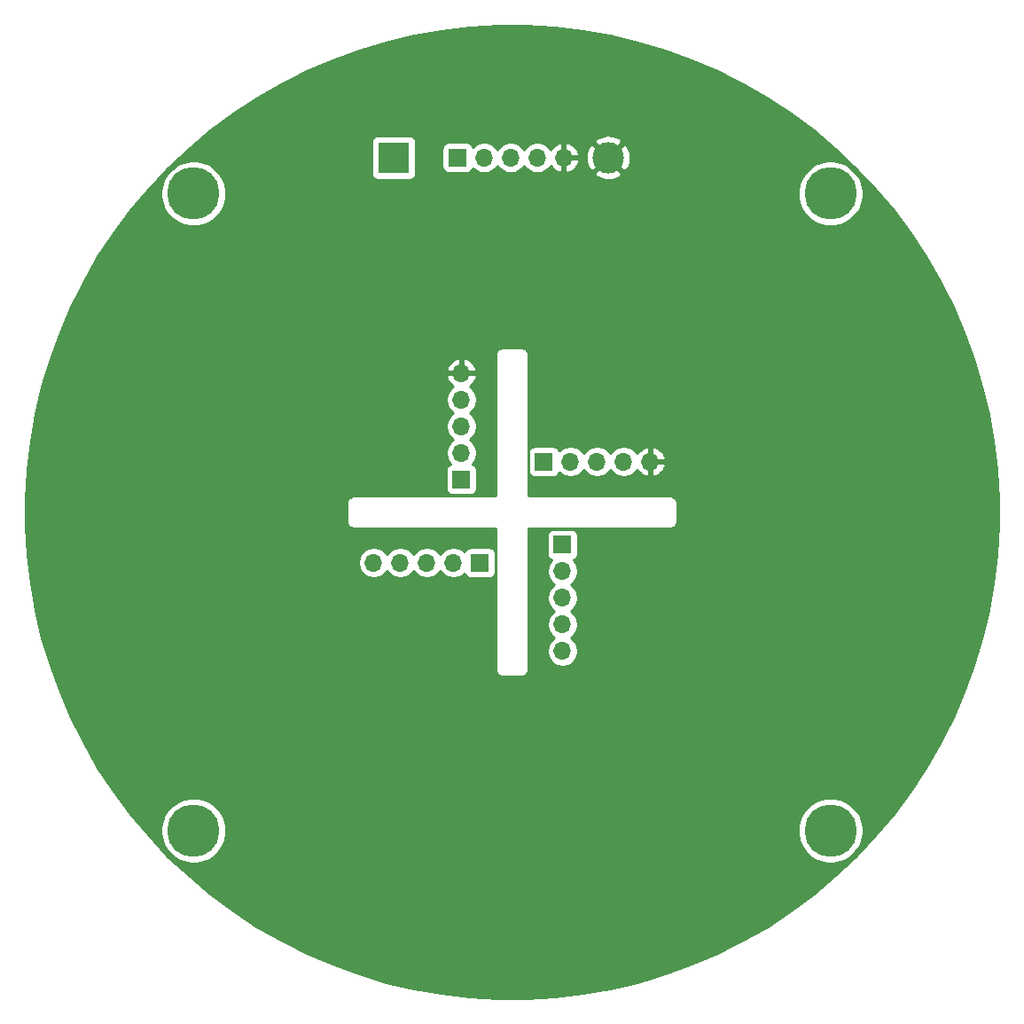
<source format=gtl>
G04 #@! TF.GenerationSoftware,KiCad,Pcbnew,(5.1.5)-3*
G04 #@! TF.CreationDate,2020-11-14T23:35:12+01:00*
G04 #@! TF.ProjectId,Christmas C2,43687269-7374-46d6-9173-2043322e6b69,rev?*
G04 #@! TF.SameCoordinates,Original*
G04 #@! TF.FileFunction,Copper,L1,Top*
G04 #@! TF.FilePolarity,Positive*
%FSLAX46Y46*%
G04 Gerber Fmt 4.6, Leading zero omitted, Abs format (unit mm)*
G04 Created by KiCad (PCBNEW (5.1.5)-3) date 2020-11-14 23:35:12*
%MOMM*%
%LPD*%
G04 APERTURE LIST*
%ADD10R,1.700000X1.700000*%
%ADD11O,1.700000X1.700000*%
%ADD12C,5.000000*%
%ADD13C,3.000000*%
%ADD14R,3.000000X3.000000*%
%ADD15C,0.254000*%
G04 APERTURE END LIST*
D10*
X99568000Y-116840000D03*
D11*
X102108000Y-116840000D03*
X104648000Y-116840000D03*
X107188000Y-116840000D03*
X109728000Y-116840000D03*
X91567000Y-155511500D03*
X94107000Y-155511500D03*
X96647000Y-155511500D03*
X99187000Y-155511500D03*
D10*
X101727000Y-155511500D03*
D11*
X99949000Y-137414000D03*
X99949000Y-139954000D03*
X99949000Y-142494000D03*
X99949000Y-145034000D03*
D10*
X99949000Y-147574000D03*
D11*
X117983000Y-145859500D03*
X115443000Y-145859500D03*
X112903000Y-145859500D03*
X110363000Y-145859500D03*
D10*
X107823000Y-145859500D03*
X109601000Y-153797000D03*
D11*
X109601000Y-156337000D03*
X109601000Y-158877000D03*
X109601000Y-161417000D03*
X109601000Y-163957000D03*
D12*
X135191500Y-120269000D03*
X74358500Y-181102000D03*
X74358500Y-120269000D03*
X135191500Y-181102000D03*
D13*
X113962000Y-116840000D03*
D14*
X93472000Y-116840000D03*
D15*
G36*
X108823994Y-104405283D02*
G01*
X111508099Y-104719010D01*
X114169422Y-105188273D01*
X116798956Y-105811484D01*
X119387806Y-106586535D01*
X121927210Y-107510802D01*
X124408577Y-108581159D01*
X126823509Y-109793984D01*
X129163837Y-111145173D01*
X131421641Y-112630153D01*
X133589280Y-114243901D01*
X135659422Y-115980956D01*
X137625060Y-117835440D01*
X139479544Y-119801078D01*
X141216599Y-121871220D01*
X142830347Y-124038859D01*
X144315327Y-126296663D01*
X145666516Y-128636991D01*
X146879341Y-131051923D01*
X147949698Y-133533290D01*
X148873965Y-136072694D01*
X149649016Y-138661544D01*
X150272227Y-141291078D01*
X150741490Y-143952401D01*
X151055217Y-146636506D01*
X151212346Y-149334311D01*
X151212346Y-152036689D01*
X151055217Y-154734494D01*
X150741490Y-157418599D01*
X150272227Y-160079922D01*
X149649016Y-162709456D01*
X148873965Y-165298306D01*
X147949698Y-167837710D01*
X146879341Y-170319077D01*
X145666516Y-172734009D01*
X144315327Y-175074337D01*
X142830347Y-177332141D01*
X141216599Y-179499780D01*
X139479544Y-181569922D01*
X137625060Y-183535560D01*
X135659422Y-185390044D01*
X133589280Y-187127099D01*
X131421641Y-188740847D01*
X129163837Y-190225827D01*
X126823509Y-191577016D01*
X124408577Y-192789841D01*
X121927210Y-193860198D01*
X119387806Y-194784465D01*
X116798956Y-195559516D01*
X114169422Y-196182727D01*
X111508099Y-196651990D01*
X108823994Y-196965717D01*
X106126189Y-197122846D01*
X103423811Y-197122846D01*
X100726006Y-196965717D01*
X98041901Y-196651990D01*
X95380578Y-196182727D01*
X92751044Y-195559516D01*
X90162194Y-194784465D01*
X87622790Y-193860198D01*
X85141423Y-192789841D01*
X82726491Y-191577016D01*
X80386163Y-190225827D01*
X78128359Y-188740847D01*
X75960720Y-187127099D01*
X73890578Y-185390044D01*
X71924940Y-183535560D01*
X70070456Y-181569922D01*
X69418734Y-180793229D01*
X71223500Y-180793229D01*
X71223500Y-181410771D01*
X71343976Y-182016446D01*
X71580299Y-182586979D01*
X71923386Y-183100446D01*
X72360054Y-183537114D01*
X72873521Y-183880201D01*
X73444054Y-184116524D01*
X74049729Y-184237000D01*
X74667271Y-184237000D01*
X75272946Y-184116524D01*
X75843479Y-183880201D01*
X76356946Y-183537114D01*
X76793614Y-183100446D01*
X77136701Y-182586979D01*
X77373024Y-182016446D01*
X77493500Y-181410771D01*
X77493500Y-180793229D01*
X132056500Y-180793229D01*
X132056500Y-181410771D01*
X132176976Y-182016446D01*
X132413299Y-182586979D01*
X132756386Y-183100446D01*
X133193054Y-183537114D01*
X133706521Y-183880201D01*
X134277054Y-184116524D01*
X134882729Y-184237000D01*
X135500271Y-184237000D01*
X136105946Y-184116524D01*
X136676479Y-183880201D01*
X137189946Y-183537114D01*
X137626614Y-183100446D01*
X137969701Y-182586979D01*
X138206024Y-182016446D01*
X138326500Y-181410771D01*
X138326500Y-180793229D01*
X138206024Y-180187554D01*
X137969701Y-179617021D01*
X137626614Y-179103554D01*
X137189946Y-178666886D01*
X136676479Y-178323799D01*
X136105946Y-178087476D01*
X135500271Y-177967000D01*
X134882729Y-177967000D01*
X134277054Y-178087476D01*
X133706521Y-178323799D01*
X133193054Y-178666886D01*
X132756386Y-179103554D01*
X132413299Y-179617021D01*
X132176976Y-180187554D01*
X132056500Y-180793229D01*
X77493500Y-180793229D01*
X77373024Y-180187554D01*
X77136701Y-179617021D01*
X76793614Y-179103554D01*
X76356946Y-178666886D01*
X75843479Y-178323799D01*
X75272946Y-178087476D01*
X74667271Y-177967000D01*
X74049729Y-177967000D01*
X73444054Y-178087476D01*
X72873521Y-178323799D01*
X72360054Y-178666886D01*
X71923386Y-179103554D01*
X71580299Y-179617021D01*
X71343976Y-180187554D01*
X71223500Y-180793229D01*
X69418734Y-180793229D01*
X68333401Y-179499780D01*
X66719653Y-177332141D01*
X65234673Y-175074337D01*
X63883484Y-172734009D01*
X62670659Y-170319077D01*
X61600302Y-167837710D01*
X60676035Y-165298306D01*
X59900984Y-162709456D01*
X59277773Y-160079922D01*
X58808510Y-157418599D01*
X58568507Y-155365240D01*
X90082000Y-155365240D01*
X90082000Y-155657760D01*
X90139068Y-155944658D01*
X90251010Y-156214911D01*
X90413525Y-156458132D01*
X90620368Y-156664975D01*
X90863589Y-156827490D01*
X91133842Y-156939432D01*
X91420740Y-156996500D01*
X91713260Y-156996500D01*
X92000158Y-156939432D01*
X92270411Y-156827490D01*
X92513632Y-156664975D01*
X92720475Y-156458132D01*
X92837000Y-156283740D01*
X92953525Y-156458132D01*
X93160368Y-156664975D01*
X93403589Y-156827490D01*
X93673842Y-156939432D01*
X93960740Y-156996500D01*
X94253260Y-156996500D01*
X94540158Y-156939432D01*
X94810411Y-156827490D01*
X95053632Y-156664975D01*
X95260475Y-156458132D01*
X95377000Y-156283740D01*
X95493525Y-156458132D01*
X95700368Y-156664975D01*
X95943589Y-156827490D01*
X96213842Y-156939432D01*
X96500740Y-156996500D01*
X96793260Y-156996500D01*
X97080158Y-156939432D01*
X97350411Y-156827490D01*
X97593632Y-156664975D01*
X97800475Y-156458132D01*
X97917000Y-156283740D01*
X98033525Y-156458132D01*
X98240368Y-156664975D01*
X98483589Y-156827490D01*
X98753842Y-156939432D01*
X99040740Y-156996500D01*
X99333260Y-156996500D01*
X99620158Y-156939432D01*
X99890411Y-156827490D01*
X100133632Y-156664975D01*
X100265487Y-156533120D01*
X100287498Y-156605680D01*
X100346463Y-156715994D01*
X100425815Y-156812685D01*
X100522506Y-156892037D01*
X100632820Y-156951002D01*
X100752518Y-156987312D01*
X100877000Y-156999572D01*
X102577000Y-156999572D01*
X102701482Y-156987312D01*
X102821180Y-156951002D01*
X102931494Y-156892037D01*
X103028185Y-156812685D01*
X103107537Y-156715994D01*
X103166502Y-156605680D01*
X103202812Y-156485982D01*
X103215072Y-156361500D01*
X103215072Y-154661500D01*
X103202812Y-154537018D01*
X103166502Y-154417320D01*
X103107537Y-154307006D01*
X103028185Y-154210315D01*
X102931494Y-154130963D01*
X102821180Y-154071998D01*
X102701482Y-154035688D01*
X102577000Y-154023428D01*
X100877000Y-154023428D01*
X100752518Y-154035688D01*
X100632820Y-154071998D01*
X100522506Y-154130963D01*
X100425815Y-154210315D01*
X100346463Y-154307006D01*
X100287498Y-154417320D01*
X100265487Y-154489880D01*
X100133632Y-154358025D01*
X99890411Y-154195510D01*
X99620158Y-154083568D01*
X99333260Y-154026500D01*
X99040740Y-154026500D01*
X98753842Y-154083568D01*
X98483589Y-154195510D01*
X98240368Y-154358025D01*
X98033525Y-154564868D01*
X97917000Y-154739260D01*
X97800475Y-154564868D01*
X97593632Y-154358025D01*
X97350411Y-154195510D01*
X97080158Y-154083568D01*
X96793260Y-154026500D01*
X96500740Y-154026500D01*
X96213842Y-154083568D01*
X95943589Y-154195510D01*
X95700368Y-154358025D01*
X95493525Y-154564868D01*
X95377000Y-154739260D01*
X95260475Y-154564868D01*
X95053632Y-154358025D01*
X94810411Y-154195510D01*
X94540158Y-154083568D01*
X94253260Y-154026500D01*
X93960740Y-154026500D01*
X93673842Y-154083568D01*
X93403589Y-154195510D01*
X93160368Y-154358025D01*
X92953525Y-154564868D01*
X92837000Y-154739260D01*
X92720475Y-154564868D01*
X92513632Y-154358025D01*
X92270411Y-154195510D01*
X92000158Y-154083568D01*
X91713260Y-154026500D01*
X91420740Y-154026500D01*
X91133842Y-154083568D01*
X90863589Y-154195510D01*
X90620368Y-154358025D01*
X90413525Y-154564868D01*
X90251010Y-154808089D01*
X90139068Y-155078342D01*
X90082000Y-155365240D01*
X58568507Y-155365240D01*
X58494783Y-154734494D01*
X58337654Y-152036689D01*
X58337654Y-149796500D01*
X88998807Y-149796500D01*
X89002000Y-149828918D01*
X89002001Y-151542071D01*
X88998807Y-151574500D01*
X89011550Y-151703883D01*
X89049290Y-151828293D01*
X89110575Y-151942950D01*
X89193052Y-152043448D01*
X89293550Y-152125925D01*
X89408207Y-152187210D01*
X89532617Y-152224950D01*
X89629581Y-152234500D01*
X89662000Y-152237693D01*
X89694419Y-152234500D01*
X103226000Y-152234500D01*
X103226001Y-165702571D01*
X103222807Y-165735000D01*
X103235550Y-165864383D01*
X103273290Y-165988793D01*
X103334575Y-166103450D01*
X103417052Y-166203948D01*
X103517550Y-166286425D01*
X103632207Y-166347710D01*
X103756617Y-166385450D01*
X103853581Y-166395000D01*
X103886000Y-166398193D01*
X103918419Y-166395000D01*
X105631581Y-166395000D01*
X105664000Y-166398193D01*
X105696419Y-166395000D01*
X105793383Y-166385450D01*
X105917793Y-166347710D01*
X106032450Y-166286425D01*
X106132948Y-166203948D01*
X106215425Y-166103450D01*
X106276710Y-165988793D01*
X106314450Y-165864383D01*
X106327193Y-165735000D01*
X106324000Y-165702581D01*
X106324000Y-152947000D01*
X108112928Y-152947000D01*
X108112928Y-154647000D01*
X108125188Y-154771482D01*
X108161498Y-154891180D01*
X108220463Y-155001494D01*
X108299815Y-155098185D01*
X108396506Y-155177537D01*
X108506820Y-155236502D01*
X108579380Y-155258513D01*
X108447525Y-155390368D01*
X108285010Y-155633589D01*
X108173068Y-155903842D01*
X108116000Y-156190740D01*
X108116000Y-156483260D01*
X108173068Y-156770158D01*
X108285010Y-157040411D01*
X108447525Y-157283632D01*
X108654368Y-157490475D01*
X108828760Y-157607000D01*
X108654368Y-157723525D01*
X108447525Y-157930368D01*
X108285010Y-158173589D01*
X108173068Y-158443842D01*
X108116000Y-158730740D01*
X108116000Y-159023260D01*
X108173068Y-159310158D01*
X108285010Y-159580411D01*
X108447525Y-159823632D01*
X108654368Y-160030475D01*
X108828760Y-160147000D01*
X108654368Y-160263525D01*
X108447525Y-160470368D01*
X108285010Y-160713589D01*
X108173068Y-160983842D01*
X108116000Y-161270740D01*
X108116000Y-161563260D01*
X108173068Y-161850158D01*
X108285010Y-162120411D01*
X108447525Y-162363632D01*
X108654368Y-162570475D01*
X108828760Y-162687000D01*
X108654368Y-162803525D01*
X108447525Y-163010368D01*
X108285010Y-163253589D01*
X108173068Y-163523842D01*
X108116000Y-163810740D01*
X108116000Y-164103260D01*
X108173068Y-164390158D01*
X108285010Y-164660411D01*
X108447525Y-164903632D01*
X108654368Y-165110475D01*
X108897589Y-165272990D01*
X109167842Y-165384932D01*
X109454740Y-165442000D01*
X109747260Y-165442000D01*
X110034158Y-165384932D01*
X110304411Y-165272990D01*
X110547632Y-165110475D01*
X110754475Y-164903632D01*
X110916990Y-164660411D01*
X111028932Y-164390158D01*
X111086000Y-164103260D01*
X111086000Y-163810740D01*
X111028932Y-163523842D01*
X110916990Y-163253589D01*
X110754475Y-163010368D01*
X110547632Y-162803525D01*
X110373240Y-162687000D01*
X110547632Y-162570475D01*
X110754475Y-162363632D01*
X110916990Y-162120411D01*
X111028932Y-161850158D01*
X111086000Y-161563260D01*
X111086000Y-161270740D01*
X111028932Y-160983842D01*
X110916990Y-160713589D01*
X110754475Y-160470368D01*
X110547632Y-160263525D01*
X110373240Y-160147000D01*
X110547632Y-160030475D01*
X110754475Y-159823632D01*
X110916990Y-159580411D01*
X111028932Y-159310158D01*
X111086000Y-159023260D01*
X111086000Y-158730740D01*
X111028932Y-158443842D01*
X110916990Y-158173589D01*
X110754475Y-157930368D01*
X110547632Y-157723525D01*
X110373240Y-157607000D01*
X110547632Y-157490475D01*
X110754475Y-157283632D01*
X110916990Y-157040411D01*
X111028932Y-156770158D01*
X111086000Y-156483260D01*
X111086000Y-156190740D01*
X111028932Y-155903842D01*
X110916990Y-155633589D01*
X110754475Y-155390368D01*
X110622620Y-155258513D01*
X110695180Y-155236502D01*
X110805494Y-155177537D01*
X110902185Y-155098185D01*
X110981537Y-155001494D01*
X111040502Y-154891180D01*
X111076812Y-154771482D01*
X111089072Y-154647000D01*
X111089072Y-152947000D01*
X111076812Y-152822518D01*
X111040502Y-152702820D01*
X110981537Y-152592506D01*
X110902185Y-152495815D01*
X110805494Y-152416463D01*
X110695180Y-152357498D01*
X110575482Y-152321188D01*
X110451000Y-152308928D01*
X108751000Y-152308928D01*
X108626518Y-152321188D01*
X108506820Y-152357498D01*
X108396506Y-152416463D01*
X108299815Y-152495815D01*
X108220463Y-152592506D01*
X108161498Y-152702820D01*
X108125188Y-152822518D01*
X108112928Y-152947000D01*
X106324000Y-152947000D01*
X106324000Y-152234500D01*
X119855581Y-152234500D01*
X119888000Y-152237693D01*
X119920419Y-152234500D01*
X120017383Y-152224950D01*
X120141793Y-152187210D01*
X120256450Y-152125925D01*
X120356948Y-152043448D01*
X120439425Y-151942950D01*
X120500710Y-151828293D01*
X120538450Y-151703883D01*
X120551193Y-151574500D01*
X120548000Y-151542081D01*
X120548000Y-149828918D01*
X120551193Y-149796500D01*
X120538450Y-149667117D01*
X120500710Y-149542707D01*
X120439425Y-149428050D01*
X120356948Y-149327552D01*
X120256450Y-149245075D01*
X120141793Y-149183790D01*
X120017383Y-149146050D01*
X119920419Y-149136500D01*
X119888000Y-149133307D01*
X119855581Y-149136500D01*
X106324000Y-149136500D01*
X106324000Y-145009500D01*
X106334928Y-145009500D01*
X106334928Y-146709500D01*
X106347188Y-146833982D01*
X106383498Y-146953680D01*
X106442463Y-147063994D01*
X106521815Y-147160685D01*
X106618506Y-147240037D01*
X106728820Y-147299002D01*
X106848518Y-147335312D01*
X106973000Y-147347572D01*
X108673000Y-147347572D01*
X108797482Y-147335312D01*
X108917180Y-147299002D01*
X109027494Y-147240037D01*
X109124185Y-147160685D01*
X109203537Y-147063994D01*
X109262502Y-146953680D01*
X109284513Y-146881120D01*
X109416368Y-147012975D01*
X109659589Y-147175490D01*
X109929842Y-147287432D01*
X110216740Y-147344500D01*
X110509260Y-147344500D01*
X110796158Y-147287432D01*
X111066411Y-147175490D01*
X111309632Y-147012975D01*
X111516475Y-146806132D01*
X111633000Y-146631740D01*
X111749525Y-146806132D01*
X111956368Y-147012975D01*
X112199589Y-147175490D01*
X112469842Y-147287432D01*
X112756740Y-147344500D01*
X113049260Y-147344500D01*
X113336158Y-147287432D01*
X113606411Y-147175490D01*
X113849632Y-147012975D01*
X114056475Y-146806132D01*
X114173000Y-146631740D01*
X114289525Y-146806132D01*
X114496368Y-147012975D01*
X114739589Y-147175490D01*
X115009842Y-147287432D01*
X115296740Y-147344500D01*
X115589260Y-147344500D01*
X115876158Y-147287432D01*
X116146411Y-147175490D01*
X116389632Y-147012975D01*
X116596475Y-146806132D01*
X116718195Y-146623966D01*
X116787822Y-146740855D01*
X116982731Y-146957088D01*
X117216080Y-147131141D01*
X117478901Y-147256325D01*
X117626110Y-147300976D01*
X117856000Y-147179655D01*
X117856000Y-145986500D01*
X118110000Y-145986500D01*
X118110000Y-147179655D01*
X118339890Y-147300976D01*
X118487099Y-147256325D01*
X118749920Y-147131141D01*
X118983269Y-146957088D01*
X119178178Y-146740855D01*
X119327157Y-146490752D01*
X119424481Y-146216391D01*
X119303814Y-145986500D01*
X118110000Y-145986500D01*
X117856000Y-145986500D01*
X117836000Y-145986500D01*
X117836000Y-145732500D01*
X117856000Y-145732500D01*
X117856000Y-144539345D01*
X118110000Y-144539345D01*
X118110000Y-145732500D01*
X119303814Y-145732500D01*
X119424481Y-145502609D01*
X119327157Y-145228248D01*
X119178178Y-144978145D01*
X118983269Y-144761912D01*
X118749920Y-144587859D01*
X118487099Y-144462675D01*
X118339890Y-144418024D01*
X118110000Y-144539345D01*
X117856000Y-144539345D01*
X117626110Y-144418024D01*
X117478901Y-144462675D01*
X117216080Y-144587859D01*
X116982731Y-144761912D01*
X116787822Y-144978145D01*
X116718195Y-145095034D01*
X116596475Y-144912868D01*
X116389632Y-144706025D01*
X116146411Y-144543510D01*
X115876158Y-144431568D01*
X115589260Y-144374500D01*
X115296740Y-144374500D01*
X115009842Y-144431568D01*
X114739589Y-144543510D01*
X114496368Y-144706025D01*
X114289525Y-144912868D01*
X114173000Y-145087260D01*
X114056475Y-144912868D01*
X113849632Y-144706025D01*
X113606411Y-144543510D01*
X113336158Y-144431568D01*
X113049260Y-144374500D01*
X112756740Y-144374500D01*
X112469842Y-144431568D01*
X112199589Y-144543510D01*
X111956368Y-144706025D01*
X111749525Y-144912868D01*
X111633000Y-145087260D01*
X111516475Y-144912868D01*
X111309632Y-144706025D01*
X111066411Y-144543510D01*
X110796158Y-144431568D01*
X110509260Y-144374500D01*
X110216740Y-144374500D01*
X109929842Y-144431568D01*
X109659589Y-144543510D01*
X109416368Y-144706025D01*
X109284513Y-144837880D01*
X109262502Y-144765320D01*
X109203537Y-144655006D01*
X109124185Y-144558315D01*
X109027494Y-144478963D01*
X108917180Y-144419998D01*
X108797482Y-144383688D01*
X108673000Y-144371428D01*
X106973000Y-144371428D01*
X106848518Y-144383688D01*
X106728820Y-144419998D01*
X106618506Y-144478963D01*
X106521815Y-144558315D01*
X106442463Y-144655006D01*
X106383498Y-144765320D01*
X106347188Y-144885018D01*
X106334928Y-145009500D01*
X106324000Y-145009500D01*
X106324000Y-135668419D01*
X106327193Y-135636000D01*
X106314450Y-135506617D01*
X106276710Y-135382207D01*
X106215425Y-135267550D01*
X106132948Y-135167052D01*
X106032450Y-135084575D01*
X105917793Y-135023290D01*
X105793383Y-134985550D01*
X105696419Y-134976000D01*
X105664000Y-134972807D01*
X105631581Y-134976000D01*
X103918419Y-134976000D01*
X103886000Y-134972807D01*
X103853581Y-134976000D01*
X103756617Y-134985550D01*
X103632207Y-135023290D01*
X103517550Y-135084575D01*
X103417052Y-135167052D01*
X103334575Y-135267550D01*
X103273290Y-135382207D01*
X103235550Y-135506617D01*
X103222807Y-135636000D01*
X103226001Y-135668429D01*
X103226000Y-149136500D01*
X89694419Y-149136500D01*
X89662000Y-149133307D01*
X89629581Y-149136500D01*
X89532617Y-149146050D01*
X89408207Y-149183790D01*
X89293550Y-149245075D01*
X89193052Y-149327552D01*
X89110575Y-149428050D01*
X89049290Y-149542707D01*
X89011550Y-149667117D01*
X88998807Y-149796500D01*
X58337654Y-149796500D01*
X58337654Y-149334311D01*
X58489687Y-146724000D01*
X98460928Y-146724000D01*
X98460928Y-148424000D01*
X98473188Y-148548482D01*
X98509498Y-148668180D01*
X98568463Y-148778494D01*
X98647815Y-148875185D01*
X98744506Y-148954537D01*
X98854820Y-149013502D01*
X98974518Y-149049812D01*
X99099000Y-149062072D01*
X100799000Y-149062072D01*
X100923482Y-149049812D01*
X101043180Y-149013502D01*
X101153494Y-148954537D01*
X101250185Y-148875185D01*
X101329537Y-148778494D01*
X101388502Y-148668180D01*
X101424812Y-148548482D01*
X101437072Y-148424000D01*
X101437072Y-146724000D01*
X101424812Y-146599518D01*
X101388502Y-146479820D01*
X101329537Y-146369506D01*
X101250185Y-146272815D01*
X101153494Y-146193463D01*
X101043180Y-146134498D01*
X100970620Y-146112487D01*
X101102475Y-145980632D01*
X101264990Y-145737411D01*
X101376932Y-145467158D01*
X101434000Y-145180260D01*
X101434000Y-144887740D01*
X101376932Y-144600842D01*
X101264990Y-144330589D01*
X101102475Y-144087368D01*
X100895632Y-143880525D01*
X100721240Y-143764000D01*
X100895632Y-143647475D01*
X101102475Y-143440632D01*
X101264990Y-143197411D01*
X101376932Y-142927158D01*
X101434000Y-142640260D01*
X101434000Y-142347740D01*
X101376932Y-142060842D01*
X101264990Y-141790589D01*
X101102475Y-141547368D01*
X100895632Y-141340525D01*
X100721240Y-141224000D01*
X100895632Y-141107475D01*
X101102475Y-140900632D01*
X101264990Y-140657411D01*
X101376932Y-140387158D01*
X101434000Y-140100260D01*
X101434000Y-139807740D01*
X101376932Y-139520842D01*
X101264990Y-139250589D01*
X101102475Y-139007368D01*
X100895632Y-138800525D01*
X100713466Y-138678805D01*
X100830355Y-138609178D01*
X101046588Y-138414269D01*
X101220641Y-138180920D01*
X101345825Y-137918099D01*
X101390476Y-137770890D01*
X101269155Y-137541000D01*
X100076000Y-137541000D01*
X100076000Y-137561000D01*
X99822000Y-137561000D01*
X99822000Y-137541000D01*
X98628845Y-137541000D01*
X98507524Y-137770890D01*
X98552175Y-137918099D01*
X98677359Y-138180920D01*
X98851412Y-138414269D01*
X99067645Y-138609178D01*
X99184534Y-138678805D01*
X99002368Y-138800525D01*
X98795525Y-139007368D01*
X98633010Y-139250589D01*
X98521068Y-139520842D01*
X98464000Y-139807740D01*
X98464000Y-140100260D01*
X98521068Y-140387158D01*
X98633010Y-140657411D01*
X98795525Y-140900632D01*
X99002368Y-141107475D01*
X99176760Y-141224000D01*
X99002368Y-141340525D01*
X98795525Y-141547368D01*
X98633010Y-141790589D01*
X98521068Y-142060842D01*
X98464000Y-142347740D01*
X98464000Y-142640260D01*
X98521068Y-142927158D01*
X98633010Y-143197411D01*
X98795525Y-143440632D01*
X99002368Y-143647475D01*
X99176760Y-143764000D01*
X99002368Y-143880525D01*
X98795525Y-144087368D01*
X98633010Y-144330589D01*
X98521068Y-144600842D01*
X98464000Y-144887740D01*
X98464000Y-145180260D01*
X98521068Y-145467158D01*
X98633010Y-145737411D01*
X98795525Y-145980632D01*
X98927380Y-146112487D01*
X98854820Y-146134498D01*
X98744506Y-146193463D01*
X98647815Y-146272815D01*
X98568463Y-146369506D01*
X98509498Y-146479820D01*
X98473188Y-146599518D01*
X98460928Y-146724000D01*
X58489687Y-146724000D01*
X58494783Y-146636506D01*
X58808510Y-143952401D01*
X59277773Y-141291078D01*
X59900984Y-138661544D01*
X60381320Y-137057110D01*
X98507524Y-137057110D01*
X98628845Y-137287000D01*
X99822000Y-137287000D01*
X99822000Y-136093186D01*
X100076000Y-136093186D01*
X100076000Y-137287000D01*
X101269155Y-137287000D01*
X101390476Y-137057110D01*
X101345825Y-136909901D01*
X101220641Y-136647080D01*
X101046588Y-136413731D01*
X100830355Y-136218822D01*
X100580252Y-136069843D01*
X100305891Y-135972519D01*
X100076000Y-136093186D01*
X99822000Y-136093186D01*
X99592109Y-135972519D01*
X99317748Y-136069843D01*
X99067645Y-136218822D01*
X98851412Y-136413731D01*
X98677359Y-136647080D01*
X98552175Y-136909901D01*
X98507524Y-137057110D01*
X60381320Y-137057110D01*
X60676035Y-136072694D01*
X61600302Y-133533290D01*
X62670659Y-131051923D01*
X63883484Y-128636991D01*
X65234673Y-126296663D01*
X66719653Y-124038859D01*
X68333401Y-121871220D01*
X69936912Y-119960229D01*
X71223500Y-119960229D01*
X71223500Y-120577771D01*
X71343976Y-121183446D01*
X71580299Y-121753979D01*
X71923386Y-122267446D01*
X72360054Y-122704114D01*
X72873521Y-123047201D01*
X73444054Y-123283524D01*
X74049729Y-123404000D01*
X74667271Y-123404000D01*
X75272946Y-123283524D01*
X75843479Y-123047201D01*
X76356946Y-122704114D01*
X76793614Y-122267446D01*
X77136701Y-121753979D01*
X77373024Y-121183446D01*
X77493500Y-120577771D01*
X77493500Y-119960229D01*
X132056500Y-119960229D01*
X132056500Y-120577771D01*
X132176976Y-121183446D01*
X132413299Y-121753979D01*
X132756386Y-122267446D01*
X133193054Y-122704114D01*
X133706521Y-123047201D01*
X134277054Y-123283524D01*
X134882729Y-123404000D01*
X135500271Y-123404000D01*
X136105946Y-123283524D01*
X136676479Y-123047201D01*
X137189946Y-122704114D01*
X137626614Y-122267446D01*
X137969701Y-121753979D01*
X138206024Y-121183446D01*
X138326500Y-120577771D01*
X138326500Y-119960229D01*
X138206024Y-119354554D01*
X137969701Y-118784021D01*
X137626614Y-118270554D01*
X137189946Y-117833886D01*
X136676479Y-117490799D01*
X136105946Y-117254476D01*
X135500271Y-117134000D01*
X134882729Y-117134000D01*
X134277054Y-117254476D01*
X133706521Y-117490799D01*
X133193054Y-117833886D01*
X132756386Y-118270554D01*
X132413299Y-118784021D01*
X132176976Y-119354554D01*
X132056500Y-119960229D01*
X77493500Y-119960229D01*
X77373024Y-119354554D01*
X77136701Y-118784021D01*
X76793614Y-118270554D01*
X76356946Y-117833886D01*
X75843479Y-117490799D01*
X75272946Y-117254476D01*
X74667271Y-117134000D01*
X74049729Y-117134000D01*
X73444054Y-117254476D01*
X72873521Y-117490799D01*
X72360054Y-117833886D01*
X71923386Y-118270554D01*
X71580299Y-118784021D01*
X71343976Y-119354554D01*
X71223500Y-119960229D01*
X69936912Y-119960229D01*
X70070456Y-119801078D01*
X71924940Y-117835440D01*
X73890578Y-115980956D01*
X74654439Y-115340000D01*
X91333928Y-115340000D01*
X91333928Y-118340000D01*
X91346188Y-118464482D01*
X91382498Y-118584180D01*
X91441463Y-118694494D01*
X91520815Y-118791185D01*
X91617506Y-118870537D01*
X91727820Y-118929502D01*
X91847518Y-118965812D01*
X91972000Y-118978072D01*
X94972000Y-118978072D01*
X95096482Y-118965812D01*
X95216180Y-118929502D01*
X95326494Y-118870537D01*
X95423185Y-118791185D01*
X95502537Y-118694494D01*
X95561502Y-118584180D01*
X95597812Y-118464482D01*
X95610072Y-118340000D01*
X95610072Y-118331653D01*
X112649952Y-118331653D01*
X112805962Y-118647214D01*
X113180745Y-118838020D01*
X113585551Y-118952044D01*
X114004824Y-118984902D01*
X114422451Y-118935334D01*
X114822383Y-118805243D01*
X115118038Y-118647214D01*
X115274048Y-118331653D01*
X113962000Y-117019605D01*
X112649952Y-118331653D01*
X95610072Y-118331653D01*
X95610072Y-115990000D01*
X98079928Y-115990000D01*
X98079928Y-117690000D01*
X98092188Y-117814482D01*
X98128498Y-117934180D01*
X98187463Y-118044494D01*
X98266815Y-118141185D01*
X98363506Y-118220537D01*
X98473820Y-118279502D01*
X98593518Y-118315812D01*
X98718000Y-118328072D01*
X100418000Y-118328072D01*
X100542482Y-118315812D01*
X100662180Y-118279502D01*
X100772494Y-118220537D01*
X100869185Y-118141185D01*
X100948537Y-118044494D01*
X101007502Y-117934180D01*
X101029513Y-117861620D01*
X101161368Y-117993475D01*
X101404589Y-118155990D01*
X101674842Y-118267932D01*
X101961740Y-118325000D01*
X102254260Y-118325000D01*
X102541158Y-118267932D01*
X102811411Y-118155990D01*
X103054632Y-117993475D01*
X103261475Y-117786632D01*
X103378000Y-117612240D01*
X103494525Y-117786632D01*
X103701368Y-117993475D01*
X103944589Y-118155990D01*
X104214842Y-118267932D01*
X104501740Y-118325000D01*
X104794260Y-118325000D01*
X105081158Y-118267932D01*
X105351411Y-118155990D01*
X105594632Y-117993475D01*
X105801475Y-117786632D01*
X105918000Y-117612240D01*
X106034525Y-117786632D01*
X106241368Y-117993475D01*
X106484589Y-118155990D01*
X106754842Y-118267932D01*
X107041740Y-118325000D01*
X107334260Y-118325000D01*
X107621158Y-118267932D01*
X107891411Y-118155990D01*
X108134632Y-117993475D01*
X108341475Y-117786632D01*
X108463195Y-117604466D01*
X108532822Y-117721355D01*
X108727731Y-117937588D01*
X108961080Y-118111641D01*
X109223901Y-118236825D01*
X109371110Y-118281476D01*
X109601000Y-118160155D01*
X109601000Y-116967000D01*
X109855000Y-116967000D01*
X109855000Y-118160155D01*
X110084890Y-118281476D01*
X110232099Y-118236825D01*
X110494920Y-118111641D01*
X110728269Y-117937588D01*
X110923178Y-117721355D01*
X111072157Y-117471252D01*
X111169481Y-117196891D01*
X111048814Y-116967000D01*
X109855000Y-116967000D01*
X109601000Y-116967000D01*
X109581000Y-116967000D01*
X109581000Y-116882824D01*
X111817098Y-116882824D01*
X111866666Y-117300451D01*
X111996757Y-117700383D01*
X112154786Y-117996038D01*
X112470347Y-118152048D01*
X113782395Y-116840000D01*
X114141605Y-116840000D01*
X115453653Y-118152048D01*
X115769214Y-117996038D01*
X115960020Y-117621255D01*
X116074044Y-117216449D01*
X116106902Y-116797176D01*
X116057334Y-116379549D01*
X115927243Y-115979617D01*
X115769214Y-115683962D01*
X115453653Y-115527952D01*
X114141605Y-116840000D01*
X113782395Y-116840000D01*
X112470347Y-115527952D01*
X112154786Y-115683962D01*
X111963980Y-116058745D01*
X111849956Y-116463551D01*
X111817098Y-116882824D01*
X109581000Y-116882824D01*
X109581000Y-116713000D01*
X109601000Y-116713000D01*
X109601000Y-115519845D01*
X109855000Y-115519845D01*
X109855000Y-116713000D01*
X111048814Y-116713000D01*
X111169481Y-116483109D01*
X111072157Y-116208748D01*
X110923178Y-115958645D01*
X110728269Y-115742412D01*
X110494920Y-115568359D01*
X110232099Y-115443175D01*
X110084890Y-115398524D01*
X109855000Y-115519845D01*
X109601000Y-115519845D01*
X109371110Y-115398524D01*
X109223901Y-115443175D01*
X108961080Y-115568359D01*
X108727731Y-115742412D01*
X108532822Y-115958645D01*
X108463195Y-116075534D01*
X108341475Y-115893368D01*
X108134632Y-115686525D01*
X107891411Y-115524010D01*
X107621158Y-115412068D01*
X107334260Y-115355000D01*
X107041740Y-115355000D01*
X106754842Y-115412068D01*
X106484589Y-115524010D01*
X106241368Y-115686525D01*
X106034525Y-115893368D01*
X105918000Y-116067760D01*
X105801475Y-115893368D01*
X105594632Y-115686525D01*
X105351411Y-115524010D01*
X105081158Y-115412068D01*
X104794260Y-115355000D01*
X104501740Y-115355000D01*
X104214842Y-115412068D01*
X103944589Y-115524010D01*
X103701368Y-115686525D01*
X103494525Y-115893368D01*
X103378000Y-116067760D01*
X103261475Y-115893368D01*
X103054632Y-115686525D01*
X102811411Y-115524010D01*
X102541158Y-115412068D01*
X102254260Y-115355000D01*
X101961740Y-115355000D01*
X101674842Y-115412068D01*
X101404589Y-115524010D01*
X101161368Y-115686525D01*
X101029513Y-115818380D01*
X101007502Y-115745820D01*
X100948537Y-115635506D01*
X100869185Y-115538815D01*
X100772494Y-115459463D01*
X100662180Y-115400498D01*
X100542482Y-115364188D01*
X100418000Y-115351928D01*
X98718000Y-115351928D01*
X98593518Y-115364188D01*
X98473820Y-115400498D01*
X98363506Y-115459463D01*
X98266815Y-115538815D01*
X98187463Y-115635506D01*
X98128498Y-115745820D01*
X98092188Y-115865518D01*
X98079928Y-115990000D01*
X95610072Y-115990000D01*
X95610072Y-115348347D01*
X112649952Y-115348347D01*
X113962000Y-116660395D01*
X115274048Y-115348347D01*
X115118038Y-115032786D01*
X114743255Y-114841980D01*
X114338449Y-114727956D01*
X113919176Y-114695098D01*
X113501549Y-114744666D01*
X113101617Y-114874757D01*
X112805962Y-115032786D01*
X112649952Y-115348347D01*
X95610072Y-115348347D01*
X95610072Y-115340000D01*
X95597812Y-115215518D01*
X95561502Y-115095820D01*
X95502537Y-114985506D01*
X95423185Y-114888815D01*
X95326494Y-114809463D01*
X95216180Y-114750498D01*
X95096482Y-114714188D01*
X94972000Y-114701928D01*
X91972000Y-114701928D01*
X91847518Y-114714188D01*
X91727820Y-114750498D01*
X91617506Y-114809463D01*
X91520815Y-114888815D01*
X91441463Y-114985506D01*
X91382498Y-115095820D01*
X91346188Y-115215518D01*
X91333928Y-115340000D01*
X74654439Y-115340000D01*
X75960720Y-114243901D01*
X78128359Y-112630153D01*
X80386163Y-111145173D01*
X82726491Y-109793984D01*
X85141423Y-108581159D01*
X87622790Y-107510802D01*
X90162194Y-106586535D01*
X92751044Y-105811484D01*
X95380578Y-105188273D01*
X98041901Y-104719010D01*
X100726006Y-104405283D01*
X103423811Y-104248154D01*
X106126189Y-104248154D01*
X108823994Y-104405283D01*
G37*
X108823994Y-104405283D02*
X111508099Y-104719010D01*
X114169422Y-105188273D01*
X116798956Y-105811484D01*
X119387806Y-106586535D01*
X121927210Y-107510802D01*
X124408577Y-108581159D01*
X126823509Y-109793984D01*
X129163837Y-111145173D01*
X131421641Y-112630153D01*
X133589280Y-114243901D01*
X135659422Y-115980956D01*
X137625060Y-117835440D01*
X139479544Y-119801078D01*
X141216599Y-121871220D01*
X142830347Y-124038859D01*
X144315327Y-126296663D01*
X145666516Y-128636991D01*
X146879341Y-131051923D01*
X147949698Y-133533290D01*
X148873965Y-136072694D01*
X149649016Y-138661544D01*
X150272227Y-141291078D01*
X150741490Y-143952401D01*
X151055217Y-146636506D01*
X151212346Y-149334311D01*
X151212346Y-152036689D01*
X151055217Y-154734494D01*
X150741490Y-157418599D01*
X150272227Y-160079922D01*
X149649016Y-162709456D01*
X148873965Y-165298306D01*
X147949698Y-167837710D01*
X146879341Y-170319077D01*
X145666516Y-172734009D01*
X144315327Y-175074337D01*
X142830347Y-177332141D01*
X141216599Y-179499780D01*
X139479544Y-181569922D01*
X137625060Y-183535560D01*
X135659422Y-185390044D01*
X133589280Y-187127099D01*
X131421641Y-188740847D01*
X129163837Y-190225827D01*
X126823509Y-191577016D01*
X124408577Y-192789841D01*
X121927210Y-193860198D01*
X119387806Y-194784465D01*
X116798956Y-195559516D01*
X114169422Y-196182727D01*
X111508099Y-196651990D01*
X108823994Y-196965717D01*
X106126189Y-197122846D01*
X103423811Y-197122846D01*
X100726006Y-196965717D01*
X98041901Y-196651990D01*
X95380578Y-196182727D01*
X92751044Y-195559516D01*
X90162194Y-194784465D01*
X87622790Y-193860198D01*
X85141423Y-192789841D01*
X82726491Y-191577016D01*
X80386163Y-190225827D01*
X78128359Y-188740847D01*
X75960720Y-187127099D01*
X73890578Y-185390044D01*
X71924940Y-183535560D01*
X70070456Y-181569922D01*
X69418734Y-180793229D01*
X71223500Y-180793229D01*
X71223500Y-181410771D01*
X71343976Y-182016446D01*
X71580299Y-182586979D01*
X71923386Y-183100446D01*
X72360054Y-183537114D01*
X72873521Y-183880201D01*
X73444054Y-184116524D01*
X74049729Y-184237000D01*
X74667271Y-184237000D01*
X75272946Y-184116524D01*
X75843479Y-183880201D01*
X76356946Y-183537114D01*
X76793614Y-183100446D01*
X77136701Y-182586979D01*
X77373024Y-182016446D01*
X77493500Y-181410771D01*
X77493500Y-180793229D01*
X132056500Y-180793229D01*
X132056500Y-181410771D01*
X132176976Y-182016446D01*
X132413299Y-182586979D01*
X132756386Y-183100446D01*
X133193054Y-183537114D01*
X133706521Y-183880201D01*
X134277054Y-184116524D01*
X134882729Y-184237000D01*
X135500271Y-184237000D01*
X136105946Y-184116524D01*
X136676479Y-183880201D01*
X137189946Y-183537114D01*
X137626614Y-183100446D01*
X137969701Y-182586979D01*
X138206024Y-182016446D01*
X138326500Y-181410771D01*
X138326500Y-180793229D01*
X138206024Y-180187554D01*
X137969701Y-179617021D01*
X137626614Y-179103554D01*
X137189946Y-178666886D01*
X136676479Y-178323799D01*
X136105946Y-178087476D01*
X135500271Y-177967000D01*
X134882729Y-177967000D01*
X134277054Y-178087476D01*
X133706521Y-178323799D01*
X133193054Y-178666886D01*
X132756386Y-179103554D01*
X132413299Y-179617021D01*
X132176976Y-180187554D01*
X132056500Y-180793229D01*
X77493500Y-180793229D01*
X77373024Y-180187554D01*
X77136701Y-179617021D01*
X76793614Y-179103554D01*
X76356946Y-178666886D01*
X75843479Y-178323799D01*
X75272946Y-178087476D01*
X74667271Y-177967000D01*
X74049729Y-177967000D01*
X73444054Y-178087476D01*
X72873521Y-178323799D01*
X72360054Y-178666886D01*
X71923386Y-179103554D01*
X71580299Y-179617021D01*
X71343976Y-180187554D01*
X71223500Y-180793229D01*
X69418734Y-180793229D01*
X68333401Y-179499780D01*
X66719653Y-177332141D01*
X65234673Y-175074337D01*
X63883484Y-172734009D01*
X62670659Y-170319077D01*
X61600302Y-167837710D01*
X60676035Y-165298306D01*
X59900984Y-162709456D01*
X59277773Y-160079922D01*
X58808510Y-157418599D01*
X58568507Y-155365240D01*
X90082000Y-155365240D01*
X90082000Y-155657760D01*
X90139068Y-155944658D01*
X90251010Y-156214911D01*
X90413525Y-156458132D01*
X90620368Y-156664975D01*
X90863589Y-156827490D01*
X91133842Y-156939432D01*
X91420740Y-156996500D01*
X91713260Y-156996500D01*
X92000158Y-156939432D01*
X92270411Y-156827490D01*
X92513632Y-156664975D01*
X92720475Y-156458132D01*
X92837000Y-156283740D01*
X92953525Y-156458132D01*
X93160368Y-156664975D01*
X93403589Y-156827490D01*
X93673842Y-156939432D01*
X93960740Y-156996500D01*
X94253260Y-156996500D01*
X94540158Y-156939432D01*
X94810411Y-156827490D01*
X95053632Y-156664975D01*
X95260475Y-156458132D01*
X95377000Y-156283740D01*
X95493525Y-156458132D01*
X95700368Y-156664975D01*
X95943589Y-156827490D01*
X96213842Y-156939432D01*
X96500740Y-156996500D01*
X96793260Y-156996500D01*
X97080158Y-156939432D01*
X97350411Y-156827490D01*
X97593632Y-156664975D01*
X97800475Y-156458132D01*
X97917000Y-156283740D01*
X98033525Y-156458132D01*
X98240368Y-156664975D01*
X98483589Y-156827490D01*
X98753842Y-156939432D01*
X99040740Y-156996500D01*
X99333260Y-156996500D01*
X99620158Y-156939432D01*
X99890411Y-156827490D01*
X100133632Y-156664975D01*
X100265487Y-156533120D01*
X100287498Y-156605680D01*
X100346463Y-156715994D01*
X100425815Y-156812685D01*
X100522506Y-156892037D01*
X100632820Y-156951002D01*
X100752518Y-156987312D01*
X100877000Y-156999572D01*
X102577000Y-156999572D01*
X102701482Y-156987312D01*
X102821180Y-156951002D01*
X102931494Y-156892037D01*
X103028185Y-156812685D01*
X103107537Y-156715994D01*
X103166502Y-156605680D01*
X103202812Y-156485982D01*
X103215072Y-156361500D01*
X103215072Y-154661500D01*
X103202812Y-154537018D01*
X103166502Y-154417320D01*
X103107537Y-154307006D01*
X103028185Y-154210315D01*
X102931494Y-154130963D01*
X102821180Y-154071998D01*
X102701482Y-154035688D01*
X102577000Y-154023428D01*
X100877000Y-154023428D01*
X100752518Y-154035688D01*
X100632820Y-154071998D01*
X100522506Y-154130963D01*
X100425815Y-154210315D01*
X100346463Y-154307006D01*
X100287498Y-154417320D01*
X100265487Y-154489880D01*
X100133632Y-154358025D01*
X99890411Y-154195510D01*
X99620158Y-154083568D01*
X99333260Y-154026500D01*
X99040740Y-154026500D01*
X98753842Y-154083568D01*
X98483589Y-154195510D01*
X98240368Y-154358025D01*
X98033525Y-154564868D01*
X97917000Y-154739260D01*
X97800475Y-154564868D01*
X97593632Y-154358025D01*
X97350411Y-154195510D01*
X97080158Y-154083568D01*
X96793260Y-154026500D01*
X96500740Y-154026500D01*
X96213842Y-154083568D01*
X95943589Y-154195510D01*
X95700368Y-154358025D01*
X95493525Y-154564868D01*
X95377000Y-154739260D01*
X95260475Y-154564868D01*
X95053632Y-154358025D01*
X94810411Y-154195510D01*
X94540158Y-154083568D01*
X94253260Y-154026500D01*
X93960740Y-154026500D01*
X93673842Y-154083568D01*
X93403589Y-154195510D01*
X93160368Y-154358025D01*
X92953525Y-154564868D01*
X92837000Y-154739260D01*
X92720475Y-154564868D01*
X92513632Y-154358025D01*
X92270411Y-154195510D01*
X92000158Y-154083568D01*
X91713260Y-154026500D01*
X91420740Y-154026500D01*
X91133842Y-154083568D01*
X90863589Y-154195510D01*
X90620368Y-154358025D01*
X90413525Y-154564868D01*
X90251010Y-154808089D01*
X90139068Y-155078342D01*
X90082000Y-155365240D01*
X58568507Y-155365240D01*
X58494783Y-154734494D01*
X58337654Y-152036689D01*
X58337654Y-149796500D01*
X88998807Y-149796500D01*
X89002000Y-149828918D01*
X89002001Y-151542071D01*
X88998807Y-151574500D01*
X89011550Y-151703883D01*
X89049290Y-151828293D01*
X89110575Y-151942950D01*
X89193052Y-152043448D01*
X89293550Y-152125925D01*
X89408207Y-152187210D01*
X89532617Y-152224950D01*
X89629581Y-152234500D01*
X89662000Y-152237693D01*
X89694419Y-152234500D01*
X103226000Y-152234500D01*
X103226001Y-165702571D01*
X103222807Y-165735000D01*
X103235550Y-165864383D01*
X103273290Y-165988793D01*
X103334575Y-166103450D01*
X103417052Y-166203948D01*
X103517550Y-166286425D01*
X103632207Y-166347710D01*
X103756617Y-166385450D01*
X103853581Y-166395000D01*
X103886000Y-166398193D01*
X103918419Y-166395000D01*
X105631581Y-166395000D01*
X105664000Y-166398193D01*
X105696419Y-166395000D01*
X105793383Y-166385450D01*
X105917793Y-166347710D01*
X106032450Y-166286425D01*
X106132948Y-166203948D01*
X106215425Y-166103450D01*
X106276710Y-165988793D01*
X106314450Y-165864383D01*
X106327193Y-165735000D01*
X106324000Y-165702581D01*
X106324000Y-152947000D01*
X108112928Y-152947000D01*
X108112928Y-154647000D01*
X108125188Y-154771482D01*
X108161498Y-154891180D01*
X108220463Y-155001494D01*
X108299815Y-155098185D01*
X108396506Y-155177537D01*
X108506820Y-155236502D01*
X108579380Y-155258513D01*
X108447525Y-155390368D01*
X108285010Y-155633589D01*
X108173068Y-155903842D01*
X108116000Y-156190740D01*
X108116000Y-156483260D01*
X108173068Y-156770158D01*
X108285010Y-157040411D01*
X108447525Y-157283632D01*
X108654368Y-157490475D01*
X108828760Y-157607000D01*
X108654368Y-157723525D01*
X108447525Y-157930368D01*
X108285010Y-158173589D01*
X108173068Y-158443842D01*
X108116000Y-158730740D01*
X108116000Y-159023260D01*
X108173068Y-159310158D01*
X108285010Y-159580411D01*
X108447525Y-159823632D01*
X108654368Y-160030475D01*
X108828760Y-160147000D01*
X108654368Y-160263525D01*
X108447525Y-160470368D01*
X108285010Y-160713589D01*
X108173068Y-160983842D01*
X108116000Y-161270740D01*
X108116000Y-161563260D01*
X108173068Y-161850158D01*
X108285010Y-162120411D01*
X108447525Y-162363632D01*
X108654368Y-162570475D01*
X108828760Y-162687000D01*
X108654368Y-162803525D01*
X108447525Y-163010368D01*
X108285010Y-163253589D01*
X108173068Y-163523842D01*
X108116000Y-163810740D01*
X108116000Y-164103260D01*
X108173068Y-164390158D01*
X108285010Y-164660411D01*
X108447525Y-164903632D01*
X108654368Y-165110475D01*
X108897589Y-165272990D01*
X109167842Y-165384932D01*
X109454740Y-165442000D01*
X109747260Y-165442000D01*
X110034158Y-165384932D01*
X110304411Y-165272990D01*
X110547632Y-165110475D01*
X110754475Y-164903632D01*
X110916990Y-164660411D01*
X111028932Y-164390158D01*
X111086000Y-164103260D01*
X111086000Y-163810740D01*
X111028932Y-163523842D01*
X110916990Y-163253589D01*
X110754475Y-163010368D01*
X110547632Y-162803525D01*
X110373240Y-162687000D01*
X110547632Y-162570475D01*
X110754475Y-162363632D01*
X110916990Y-162120411D01*
X111028932Y-161850158D01*
X111086000Y-161563260D01*
X111086000Y-161270740D01*
X111028932Y-160983842D01*
X110916990Y-160713589D01*
X110754475Y-160470368D01*
X110547632Y-160263525D01*
X110373240Y-160147000D01*
X110547632Y-160030475D01*
X110754475Y-159823632D01*
X110916990Y-159580411D01*
X111028932Y-159310158D01*
X111086000Y-159023260D01*
X111086000Y-158730740D01*
X111028932Y-158443842D01*
X110916990Y-158173589D01*
X110754475Y-157930368D01*
X110547632Y-157723525D01*
X110373240Y-157607000D01*
X110547632Y-157490475D01*
X110754475Y-157283632D01*
X110916990Y-157040411D01*
X111028932Y-156770158D01*
X111086000Y-156483260D01*
X111086000Y-156190740D01*
X111028932Y-155903842D01*
X110916990Y-155633589D01*
X110754475Y-155390368D01*
X110622620Y-155258513D01*
X110695180Y-155236502D01*
X110805494Y-155177537D01*
X110902185Y-155098185D01*
X110981537Y-155001494D01*
X111040502Y-154891180D01*
X111076812Y-154771482D01*
X111089072Y-154647000D01*
X111089072Y-152947000D01*
X111076812Y-152822518D01*
X111040502Y-152702820D01*
X110981537Y-152592506D01*
X110902185Y-152495815D01*
X110805494Y-152416463D01*
X110695180Y-152357498D01*
X110575482Y-152321188D01*
X110451000Y-152308928D01*
X108751000Y-152308928D01*
X108626518Y-152321188D01*
X108506820Y-152357498D01*
X108396506Y-152416463D01*
X108299815Y-152495815D01*
X108220463Y-152592506D01*
X108161498Y-152702820D01*
X108125188Y-152822518D01*
X108112928Y-152947000D01*
X106324000Y-152947000D01*
X106324000Y-152234500D01*
X119855581Y-152234500D01*
X119888000Y-152237693D01*
X119920419Y-152234500D01*
X120017383Y-152224950D01*
X120141793Y-152187210D01*
X120256450Y-152125925D01*
X120356948Y-152043448D01*
X120439425Y-151942950D01*
X120500710Y-151828293D01*
X120538450Y-151703883D01*
X120551193Y-151574500D01*
X120548000Y-151542081D01*
X120548000Y-149828918D01*
X120551193Y-149796500D01*
X120538450Y-149667117D01*
X120500710Y-149542707D01*
X120439425Y-149428050D01*
X120356948Y-149327552D01*
X120256450Y-149245075D01*
X120141793Y-149183790D01*
X120017383Y-149146050D01*
X119920419Y-149136500D01*
X119888000Y-149133307D01*
X119855581Y-149136500D01*
X106324000Y-149136500D01*
X106324000Y-145009500D01*
X106334928Y-145009500D01*
X106334928Y-146709500D01*
X106347188Y-146833982D01*
X106383498Y-146953680D01*
X106442463Y-147063994D01*
X106521815Y-147160685D01*
X106618506Y-147240037D01*
X106728820Y-147299002D01*
X106848518Y-147335312D01*
X106973000Y-147347572D01*
X108673000Y-147347572D01*
X108797482Y-147335312D01*
X108917180Y-147299002D01*
X109027494Y-147240037D01*
X109124185Y-147160685D01*
X109203537Y-147063994D01*
X109262502Y-146953680D01*
X109284513Y-146881120D01*
X109416368Y-147012975D01*
X109659589Y-147175490D01*
X109929842Y-147287432D01*
X110216740Y-147344500D01*
X110509260Y-147344500D01*
X110796158Y-147287432D01*
X111066411Y-147175490D01*
X111309632Y-147012975D01*
X111516475Y-146806132D01*
X111633000Y-146631740D01*
X111749525Y-146806132D01*
X111956368Y-147012975D01*
X112199589Y-147175490D01*
X112469842Y-147287432D01*
X112756740Y-147344500D01*
X113049260Y-147344500D01*
X113336158Y-147287432D01*
X113606411Y-147175490D01*
X113849632Y-147012975D01*
X114056475Y-146806132D01*
X114173000Y-146631740D01*
X114289525Y-146806132D01*
X114496368Y-147012975D01*
X114739589Y-147175490D01*
X115009842Y-147287432D01*
X115296740Y-147344500D01*
X115589260Y-147344500D01*
X115876158Y-147287432D01*
X116146411Y-147175490D01*
X116389632Y-147012975D01*
X116596475Y-146806132D01*
X116718195Y-146623966D01*
X116787822Y-146740855D01*
X116982731Y-146957088D01*
X117216080Y-147131141D01*
X117478901Y-147256325D01*
X117626110Y-147300976D01*
X117856000Y-147179655D01*
X117856000Y-145986500D01*
X118110000Y-145986500D01*
X118110000Y-147179655D01*
X118339890Y-147300976D01*
X118487099Y-147256325D01*
X118749920Y-147131141D01*
X118983269Y-146957088D01*
X119178178Y-146740855D01*
X119327157Y-146490752D01*
X119424481Y-146216391D01*
X119303814Y-145986500D01*
X118110000Y-145986500D01*
X117856000Y-145986500D01*
X117836000Y-145986500D01*
X117836000Y-145732500D01*
X117856000Y-145732500D01*
X117856000Y-144539345D01*
X118110000Y-144539345D01*
X118110000Y-145732500D01*
X119303814Y-145732500D01*
X119424481Y-145502609D01*
X119327157Y-145228248D01*
X119178178Y-144978145D01*
X118983269Y-144761912D01*
X118749920Y-144587859D01*
X118487099Y-144462675D01*
X118339890Y-144418024D01*
X118110000Y-144539345D01*
X117856000Y-144539345D01*
X117626110Y-144418024D01*
X117478901Y-144462675D01*
X117216080Y-144587859D01*
X116982731Y-144761912D01*
X116787822Y-144978145D01*
X116718195Y-145095034D01*
X116596475Y-144912868D01*
X116389632Y-144706025D01*
X116146411Y-144543510D01*
X115876158Y-144431568D01*
X115589260Y-144374500D01*
X115296740Y-144374500D01*
X115009842Y-144431568D01*
X114739589Y-144543510D01*
X114496368Y-144706025D01*
X114289525Y-144912868D01*
X114173000Y-145087260D01*
X114056475Y-144912868D01*
X113849632Y-144706025D01*
X113606411Y-144543510D01*
X113336158Y-144431568D01*
X113049260Y-144374500D01*
X112756740Y-144374500D01*
X112469842Y-144431568D01*
X112199589Y-144543510D01*
X111956368Y-144706025D01*
X111749525Y-144912868D01*
X111633000Y-145087260D01*
X111516475Y-144912868D01*
X111309632Y-144706025D01*
X111066411Y-144543510D01*
X110796158Y-144431568D01*
X110509260Y-144374500D01*
X110216740Y-144374500D01*
X109929842Y-144431568D01*
X109659589Y-144543510D01*
X109416368Y-144706025D01*
X109284513Y-144837880D01*
X109262502Y-144765320D01*
X109203537Y-144655006D01*
X109124185Y-144558315D01*
X109027494Y-144478963D01*
X108917180Y-144419998D01*
X108797482Y-144383688D01*
X108673000Y-144371428D01*
X106973000Y-144371428D01*
X106848518Y-144383688D01*
X106728820Y-144419998D01*
X106618506Y-144478963D01*
X106521815Y-144558315D01*
X106442463Y-144655006D01*
X106383498Y-144765320D01*
X106347188Y-144885018D01*
X106334928Y-145009500D01*
X106324000Y-145009500D01*
X106324000Y-135668419D01*
X106327193Y-135636000D01*
X106314450Y-135506617D01*
X106276710Y-135382207D01*
X106215425Y-135267550D01*
X106132948Y-135167052D01*
X106032450Y-135084575D01*
X105917793Y-135023290D01*
X105793383Y-134985550D01*
X105696419Y-134976000D01*
X105664000Y-134972807D01*
X105631581Y-134976000D01*
X103918419Y-134976000D01*
X103886000Y-134972807D01*
X103853581Y-134976000D01*
X103756617Y-134985550D01*
X103632207Y-135023290D01*
X103517550Y-135084575D01*
X103417052Y-135167052D01*
X103334575Y-135267550D01*
X103273290Y-135382207D01*
X103235550Y-135506617D01*
X103222807Y-135636000D01*
X103226001Y-135668429D01*
X103226000Y-149136500D01*
X89694419Y-149136500D01*
X89662000Y-149133307D01*
X89629581Y-149136500D01*
X89532617Y-149146050D01*
X89408207Y-149183790D01*
X89293550Y-149245075D01*
X89193052Y-149327552D01*
X89110575Y-149428050D01*
X89049290Y-149542707D01*
X89011550Y-149667117D01*
X88998807Y-149796500D01*
X58337654Y-149796500D01*
X58337654Y-149334311D01*
X58489687Y-146724000D01*
X98460928Y-146724000D01*
X98460928Y-148424000D01*
X98473188Y-148548482D01*
X98509498Y-148668180D01*
X98568463Y-148778494D01*
X98647815Y-148875185D01*
X98744506Y-148954537D01*
X98854820Y-149013502D01*
X98974518Y-149049812D01*
X99099000Y-149062072D01*
X100799000Y-149062072D01*
X100923482Y-149049812D01*
X101043180Y-149013502D01*
X101153494Y-148954537D01*
X101250185Y-148875185D01*
X101329537Y-148778494D01*
X101388502Y-148668180D01*
X101424812Y-148548482D01*
X101437072Y-148424000D01*
X101437072Y-146724000D01*
X101424812Y-146599518D01*
X101388502Y-146479820D01*
X101329537Y-146369506D01*
X101250185Y-146272815D01*
X101153494Y-146193463D01*
X101043180Y-146134498D01*
X100970620Y-146112487D01*
X101102475Y-145980632D01*
X101264990Y-145737411D01*
X101376932Y-145467158D01*
X101434000Y-145180260D01*
X101434000Y-144887740D01*
X101376932Y-144600842D01*
X101264990Y-144330589D01*
X101102475Y-144087368D01*
X100895632Y-143880525D01*
X100721240Y-143764000D01*
X100895632Y-143647475D01*
X101102475Y-143440632D01*
X101264990Y-143197411D01*
X101376932Y-142927158D01*
X101434000Y-142640260D01*
X101434000Y-142347740D01*
X101376932Y-142060842D01*
X101264990Y-141790589D01*
X101102475Y-141547368D01*
X100895632Y-141340525D01*
X100721240Y-141224000D01*
X100895632Y-141107475D01*
X101102475Y-140900632D01*
X101264990Y-140657411D01*
X101376932Y-140387158D01*
X101434000Y-140100260D01*
X101434000Y-139807740D01*
X101376932Y-139520842D01*
X101264990Y-139250589D01*
X101102475Y-139007368D01*
X100895632Y-138800525D01*
X100713466Y-138678805D01*
X100830355Y-138609178D01*
X101046588Y-138414269D01*
X101220641Y-138180920D01*
X101345825Y-137918099D01*
X101390476Y-137770890D01*
X101269155Y-137541000D01*
X100076000Y-137541000D01*
X100076000Y-137561000D01*
X99822000Y-137561000D01*
X99822000Y-137541000D01*
X98628845Y-137541000D01*
X98507524Y-137770890D01*
X98552175Y-137918099D01*
X98677359Y-138180920D01*
X98851412Y-138414269D01*
X99067645Y-138609178D01*
X99184534Y-138678805D01*
X99002368Y-138800525D01*
X98795525Y-139007368D01*
X98633010Y-139250589D01*
X98521068Y-139520842D01*
X98464000Y-139807740D01*
X98464000Y-140100260D01*
X98521068Y-140387158D01*
X98633010Y-140657411D01*
X98795525Y-140900632D01*
X99002368Y-141107475D01*
X99176760Y-141224000D01*
X99002368Y-141340525D01*
X98795525Y-141547368D01*
X98633010Y-141790589D01*
X98521068Y-142060842D01*
X98464000Y-142347740D01*
X98464000Y-142640260D01*
X98521068Y-142927158D01*
X98633010Y-143197411D01*
X98795525Y-143440632D01*
X99002368Y-143647475D01*
X99176760Y-143764000D01*
X99002368Y-143880525D01*
X98795525Y-144087368D01*
X98633010Y-144330589D01*
X98521068Y-144600842D01*
X98464000Y-144887740D01*
X98464000Y-145180260D01*
X98521068Y-145467158D01*
X98633010Y-145737411D01*
X98795525Y-145980632D01*
X98927380Y-146112487D01*
X98854820Y-146134498D01*
X98744506Y-146193463D01*
X98647815Y-146272815D01*
X98568463Y-146369506D01*
X98509498Y-146479820D01*
X98473188Y-146599518D01*
X98460928Y-146724000D01*
X58489687Y-146724000D01*
X58494783Y-146636506D01*
X58808510Y-143952401D01*
X59277773Y-141291078D01*
X59900984Y-138661544D01*
X60381320Y-137057110D01*
X98507524Y-137057110D01*
X98628845Y-137287000D01*
X99822000Y-137287000D01*
X99822000Y-136093186D01*
X100076000Y-136093186D01*
X100076000Y-137287000D01*
X101269155Y-137287000D01*
X101390476Y-137057110D01*
X101345825Y-136909901D01*
X101220641Y-136647080D01*
X101046588Y-136413731D01*
X100830355Y-136218822D01*
X100580252Y-136069843D01*
X100305891Y-135972519D01*
X100076000Y-136093186D01*
X99822000Y-136093186D01*
X99592109Y-135972519D01*
X99317748Y-136069843D01*
X99067645Y-136218822D01*
X98851412Y-136413731D01*
X98677359Y-136647080D01*
X98552175Y-136909901D01*
X98507524Y-137057110D01*
X60381320Y-137057110D01*
X60676035Y-136072694D01*
X61600302Y-133533290D01*
X62670659Y-131051923D01*
X63883484Y-128636991D01*
X65234673Y-126296663D01*
X66719653Y-124038859D01*
X68333401Y-121871220D01*
X69936912Y-119960229D01*
X71223500Y-119960229D01*
X71223500Y-120577771D01*
X71343976Y-121183446D01*
X71580299Y-121753979D01*
X71923386Y-122267446D01*
X72360054Y-122704114D01*
X72873521Y-123047201D01*
X73444054Y-123283524D01*
X74049729Y-123404000D01*
X74667271Y-123404000D01*
X75272946Y-123283524D01*
X75843479Y-123047201D01*
X76356946Y-122704114D01*
X76793614Y-122267446D01*
X77136701Y-121753979D01*
X77373024Y-121183446D01*
X77493500Y-120577771D01*
X77493500Y-119960229D01*
X132056500Y-119960229D01*
X132056500Y-120577771D01*
X132176976Y-121183446D01*
X132413299Y-121753979D01*
X132756386Y-122267446D01*
X133193054Y-122704114D01*
X133706521Y-123047201D01*
X134277054Y-123283524D01*
X134882729Y-123404000D01*
X135500271Y-123404000D01*
X136105946Y-123283524D01*
X136676479Y-123047201D01*
X137189946Y-122704114D01*
X137626614Y-122267446D01*
X137969701Y-121753979D01*
X138206024Y-121183446D01*
X138326500Y-120577771D01*
X138326500Y-119960229D01*
X138206024Y-119354554D01*
X137969701Y-118784021D01*
X137626614Y-118270554D01*
X137189946Y-117833886D01*
X136676479Y-117490799D01*
X136105946Y-117254476D01*
X135500271Y-117134000D01*
X134882729Y-117134000D01*
X134277054Y-117254476D01*
X133706521Y-117490799D01*
X133193054Y-117833886D01*
X132756386Y-118270554D01*
X132413299Y-118784021D01*
X132176976Y-119354554D01*
X132056500Y-119960229D01*
X77493500Y-119960229D01*
X77373024Y-119354554D01*
X77136701Y-118784021D01*
X76793614Y-118270554D01*
X76356946Y-117833886D01*
X75843479Y-117490799D01*
X75272946Y-117254476D01*
X74667271Y-117134000D01*
X74049729Y-117134000D01*
X73444054Y-117254476D01*
X72873521Y-117490799D01*
X72360054Y-117833886D01*
X71923386Y-118270554D01*
X71580299Y-118784021D01*
X71343976Y-119354554D01*
X71223500Y-119960229D01*
X69936912Y-119960229D01*
X70070456Y-119801078D01*
X71924940Y-117835440D01*
X73890578Y-115980956D01*
X74654439Y-115340000D01*
X91333928Y-115340000D01*
X91333928Y-118340000D01*
X91346188Y-118464482D01*
X91382498Y-118584180D01*
X91441463Y-118694494D01*
X91520815Y-118791185D01*
X91617506Y-118870537D01*
X91727820Y-118929502D01*
X91847518Y-118965812D01*
X91972000Y-118978072D01*
X94972000Y-118978072D01*
X95096482Y-118965812D01*
X95216180Y-118929502D01*
X95326494Y-118870537D01*
X95423185Y-118791185D01*
X95502537Y-118694494D01*
X95561502Y-118584180D01*
X95597812Y-118464482D01*
X95610072Y-118340000D01*
X95610072Y-118331653D01*
X112649952Y-118331653D01*
X112805962Y-118647214D01*
X113180745Y-118838020D01*
X113585551Y-118952044D01*
X114004824Y-118984902D01*
X114422451Y-118935334D01*
X114822383Y-118805243D01*
X115118038Y-118647214D01*
X115274048Y-118331653D01*
X113962000Y-117019605D01*
X112649952Y-118331653D01*
X95610072Y-118331653D01*
X95610072Y-115990000D01*
X98079928Y-115990000D01*
X98079928Y-117690000D01*
X98092188Y-117814482D01*
X98128498Y-117934180D01*
X98187463Y-118044494D01*
X98266815Y-118141185D01*
X98363506Y-118220537D01*
X98473820Y-118279502D01*
X98593518Y-118315812D01*
X98718000Y-118328072D01*
X100418000Y-118328072D01*
X100542482Y-118315812D01*
X100662180Y-118279502D01*
X100772494Y-118220537D01*
X100869185Y-118141185D01*
X100948537Y-118044494D01*
X101007502Y-117934180D01*
X101029513Y-117861620D01*
X101161368Y-117993475D01*
X101404589Y-118155990D01*
X101674842Y-118267932D01*
X101961740Y-118325000D01*
X102254260Y-118325000D01*
X102541158Y-118267932D01*
X102811411Y-118155990D01*
X103054632Y-117993475D01*
X103261475Y-117786632D01*
X103378000Y-117612240D01*
X103494525Y-117786632D01*
X103701368Y-117993475D01*
X103944589Y-118155990D01*
X104214842Y-118267932D01*
X104501740Y-118325000D01*
X104794260Y-118325000D01*
X105081158Y-118267932D01*
X105351411Y-118155990D01*
X105594632Y-117993475D01*
X105801475Y-117786632D01*
X105918000Y-117612240D01*
X106034525Y-117786632D01*
X106241368Y-117993475D01*
X106484589Y-118155990D01*
X106754842Y-118267932D01*
X107041740Y-118325000D01*
X107334260Y-118325000D01*
X107621158Y-118267932D01*
X107891411Y-118155990D01*
X108134632Y-117993475D01*
X108341475Y-117786632D01*
X108463195Y-117604466D01*
X108532822Y-117721355D01*
X108727731Y-117937588D01*
X108961080Y-118111641D01*
X109223901Y-118236825D01*
X109371110Y-118281476D01*
X109601000Y-118160155D01*
X109601000Y-116967000D01*
X109855000Y-116967000D01*
X109855000Y-118160155D01*
X110084890Y-118281476D01*
X110232099Y-118236825D01*
X110494920Y-118111641D01*
X110728269Y-117937588D01*
X110923178Y-117721355D01*
X111072157Y-117471252D01*
X111169481Y-117196891D01*
X111048814Y-116967000D01*
X109855000Y-116967000D01*
X109601000Y-116967000D01*
X109581000Y-116967000D01*
X109581000Y-116882824D01*
X111817098Y-116882824D01*
X111866666Y-117300451D01*
X111996757Y-117700383D01*
X112154786Y-117996038D01*
X112470347Y-118152048D01*
X113782395Y-116840000D01*
X114141605Y-116840000D01*
X115453653Y-118152048D01*
X115769214Y-117996038D01*
X115960020Y-117621255D01*
X116074044Y-117216449D01*
X116106902Y-116797176D01*
X116057334Y-116379549D01*
X115927243Y-115979617D01*
X115769214Y-115683962D01*
X115453653Y-115527952D01*
X114141605Y-116840000D01*
X113782395Y-116840000D01*
X112470347Y-115527952D01*
X112154786Y-115683962D01*
X111963980Y-116058745D01*
X111849956Y-116463551D01*
X111817098Y-116882824D01*
X109581000Y-116882824D01*
X109581000Y-116713000D01*
X109601000Y-116713000D01*
X109601000Y-115519845D01*
X109855000Y-115519845D01*
X109855000Y-116713000D01*
X111048814Y-116713000D01*
X111169481Y-116483109D01*
X111072157Y-116208748D01*
X110923178Y-115958645D01*
X110728269Y-115742412D01*
X110494920Y-115568359D01*
X110232099Y-115443175D01*
X110084890Y-115398524D01*
X109855000Y-115519845D01*
X109601000Y-115519845D01*
X109371110Y-115398524D01*
X109223901Y-115443175D01*
X108961080Y-115568359D01*
X108727731Y-115742412D01*
X108532822Y-115958645D01*
X108463195Y-116075534D01*
X108341475Y-115893368D01*
X108134632Y-115686525D01*
X107891411Y-115524010D01*
X107621158Y-115412068D01*
X107334260Y-115355000D01*
X107041740Y-115355000D01*
X106754842Y-115412068D01*
X106484589Y-115524010D01*
X106241368Y-115686525D01*
X106034525Y-115893368D01*
X105918000Y-116067760D01*
X105801475Y-115893368D01*
X105594632Y-115686525D01*
X105351411Y-115524010D01*
X105081158Y-115412068D01*
X104794260Y-115355000D01*
X104501740Y-115355000D01*
X104214842Y-115412068D01*
X103944589Y-115524010D01*
X103701368Y-115686525D01*
X103494525Y-115893368D01*
X103378000Y-116067760D01*
X103261475Y-115893368D01*
X103054632Y-115686525D01*
X102811411Y-115524010D01*
X102541158Y-115412068D01*
X102254260Y-115355000D01*
X101961740Y-115355000D01*
X101674842Y-115412068D01*
X101404589Y-115524010D01*
X101161368Y-115686525D01*
X101029513Y-115818380D01*
X101007502Y-115745820D01*
X100948537Y-115635506D01*
X100869185Y-115538815D01*
X100772494Y-115459463D01*
X100662180Y-115400498D01*
X100542482Y-115364188D01*
X100418000Y-115351928D01*
X98718000Y-115351928D01*
X98593518Y-115364188D01*
X98473820Y-115400498D01*
X98363506Y-115459463D01*
X98266815Y-115538815D01*
X98187463Y-115635506D01*
X98128498Y-115745820D01*
X98092188Y-115865518D01*
X98079928Y-115990000D01*
X95610072Y-115990000D01*
X95610072Y-115348347D01*
X112649952Y-115348347D01*
X113962000Y-116660395D01*
X115274048Y-115348347D01*
X115118038Y-115032786D01*
X114743255Y-114841980D01*
X114338449Y-114727956D01*
X113919176Y-114695098D01*
X113501549Y-114744666D01*
X113101617Y-114874757D01*
X112805962Y-115032786D01*
X112649952Y-115348347D01*
X95610072Y-115348347D01*
X95610072Y-115340000D01*
X95597812Y-115215518D01*
X95561502Y-115095820D01*
X95502537Y-114985506D01*
X95423185Y-114888815D01*
X95326494Y-114809463D01*
X95216180Y-114750498D01*
X95096482Y-114714188D01*
X94972000Y-114701928D01*
X91972000Y-114701928D01*
X91847518Y-114714188D01*
X91727820Y-114750498D01*
X91617506Y-114809463D01*
X91520815Y-114888815D01*
X91441463Y-114985506D01*
X91382498Y-115095820D01*
X91346188Y-115215518D01*
X91333928Y-115340000D01*
X74654439Y-115340000D01*
X75960720Y-114243901D01*
X78128359Y-112630153D01*
X80386163Y-111145173D01*
X82726491Y-109793984D01*
X85141423Y-108581159D01*
X87622790Y-107510802D01*
X90162194Y-106586535D01*
X92751044Y-105811484D01*
X95380578Y-105188273D01*
X98041901Y-104719010D01*
X100726006Y-104405283D01*
X103423811Y-104248154D01*
X106126189Y-104248154D01*
X108823994Y-104405283D01*
M02*

</source>
